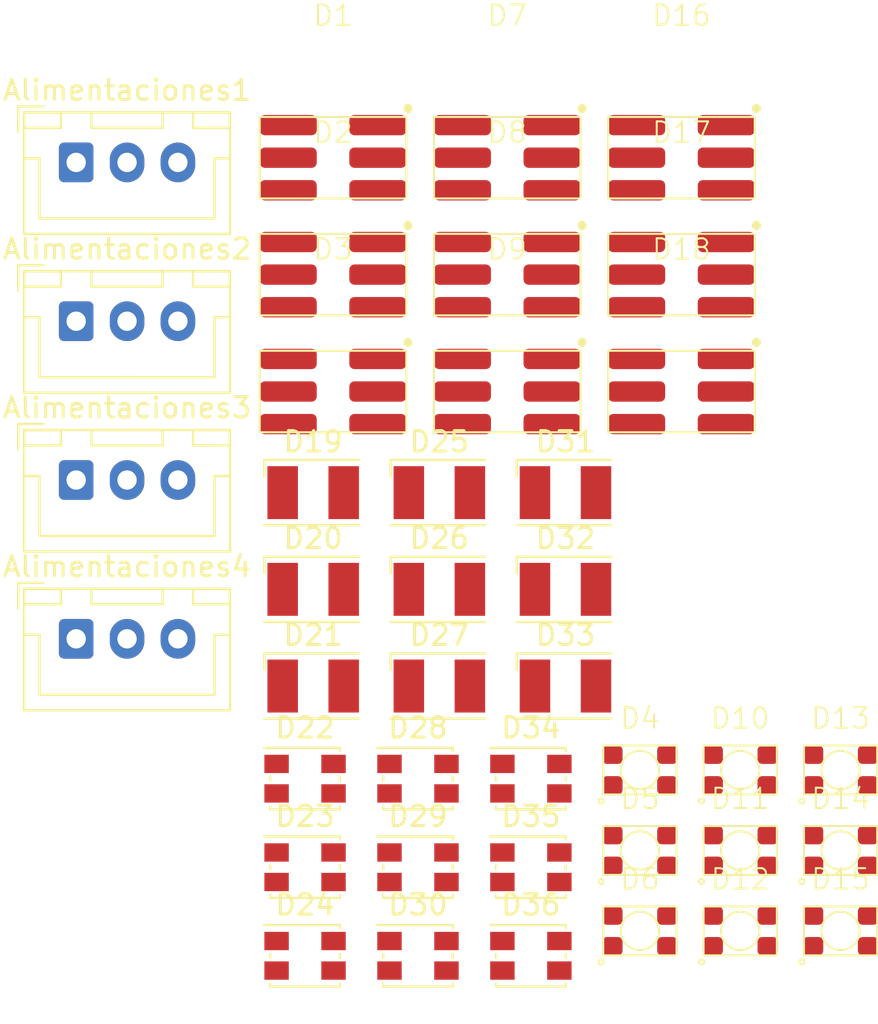
<source format=kicad_pcb>
(kicad_pcb (version 20240108) (generator "pcbnew") (generator_version "8.0")
  (layers (0 "F.Cu" signal) (31 "B.Cu" signal) (34 "B.Paste" user) (35 "F.Paste" user) (36 "B.SilkS" user "B.Silkscreen") (37 "F.SilkS" user "F.Silkscreen") (38 "B.Mask" user) (39 "F.Mask" user) (44 "Edge.Cuts" user))
  (net 0 "")
  (net 1 "GND")
  (net 2 "I_LED1")
  (net 3 "Net-(Alimentaciones1-Pin_1)")
  (net 4 "I_LED3")
  (net 5 "Net-(Alimentaciones2-Pin_1)")
  (net 6 "Net-(Alimentaciones3-Pin_1)")
  (net 7 "I_LED4")
  (net 8 "I_LED2")
  (net 9 "Net-(Alimentaciones4-Pin_1)")
  (net 10 "Net-(D1-RK)")
  (net 11 "Net-(D1-GK)")
  (net 12 "Net-(D1-BK)")
  (net 13 "Net-(D2-BK)")
  (net 14 "Net-(D2-GK)")
  (net 15 "Net-(D2-RK)")
  (net 16 "Net-(D4-Pad1)")
  (net 17 "Net-(D5-Pad1)")
  (net 18 "Net-(D7-BK)")
  (net 19 "Net-(D7-GK)")
  (net 20 "Net-(D7-RK)")
  (net 21 "Net-(D8-RK)")
  (net 22 "Net-(D8-BK)")
  (net 23 "Net-(D8-GK)")
  (net 24 "Net-(D10-Pad1)")
  (net 25 "Net-(D11-Pad1)")
  (net 26 "Net-(D13-Pad1)")
  (net 27 "Net-(D14-Pad1)")
  (net 28 "Net-(D16-RK)")
  (net 29 "Net-(D16-GK)")
  (net 30 "Net-(D16-BK)")
  (net 31 "Net-(D17-RK)")
  (net 32 "Net-(D17-GK)")
  (net 33 "Net-(D17-BK)")
  (net 34 "Net-(D19-K)")
  (net 35 "Net-(D20-K)")
  (net 36 "Net-(D22-Pad1)")
  (net 37 "Net-(D23-Pad1)")
  (net 38 "Net-(D25-K)")
  (net 39 "Net-(D26-K)")
  (net 40 "Net-(D28-Pad1)")
  (net 41 "Net-(D29-Pad1)")
  (net 42 "Net-(D31-K)")
  (net 43 "Net-(D32-K)")
  (net 44 "Net-(D34-Pad1)")
  (net 45 "Net-(D35-Pad1)")
  (footprint "IoWLabs:LED SMD PLCC4 WL-SMTW" (layer "F.Cu") (at 74.52 82.82)
    (property "Reference" "D15" (at 0 -2.54 0) (layer "F.SilkS") (effects (font (thickness 0.1))))
    (property "Value" "~")
    (fp_rect (start -1.8 -1.2) (end 1.8 1.2) (stroke (width 0.1)) (fill none) (layer "F.SilkS"))
    (fp_circle (center -1.905 1.524) (end -1.905 1.651) (stroke (width 0.1)) (fill none) (layer "F.SilkS"))
    (fp_circle (center 0 0) (end 0.942613 0) (stroke (width 0.1)) (fill none) (layer "F.SilkS"))
    (pad "1" smd roundrect (at -1.35 0.75) (size 1 0.9) (layers "F.Cu" "F.Paste" "F.Mask") (net 4 "I_LED3"))
    (pad "2" smd roundrect (at 1.35 0.75) (size 1 0.9) (layers "F.Cu" "F.Paste" "F.Mask") (net 4 "I_LED3"))
    (pad "3" smd roundrect (at 1.35 -0.75) (size 1 0.9) (layers "F.Cu" "F.Paste" "F.Mask") (net 27 "Net-(D14-Pad1)"))
    (pad "4" smd roundrect (at -1.35 -0.75) (size 1 0.9) (layers "F.Cu" "F.Paste" "F.Mask") (net 4 "I_LED3"))
  )
  (footprint "Connector_JST:JST_XH_B3B-XH-A_1x03_P2.50mm_Vertical" (layer "F.Cu") (at 36.949 45.073)
    (property "Reference" "Alimentaciones1" (at 2.5 -3.55 0) (layer "F.SilkS"))
    (property "Value" "Conn_01x03_Pin")
    (fp_line (start -2.85 -2.75) (end -2.85 -1.5) (stroke (width 0.12)) (layer "F.SilkS"))
    (fp_line (start -2.56 -2.46) (end -2.56 3.51) (stroke (width 0.12)) (layer "F.SilkS"))
    (fp_line (start -2.56 3.51) (end 7.56 3.51) (stroke (width 0.12)) (layer "F.SilkS"))
    (fp_line (start -2.55 -2.45) (end -2.55 -1.7) (stroke (width 0.12)) (layer "F.SilkS"))
    (fp_line (start -2.55 -1.7) (end -0.75 -1.7) (stroke (width 0.12)) (layer "F.SilkS"))
    (fp_line (start -2.55 -0.2) (end -1.8 -0.2) (stroke (width 0.12)) (layer "F.SilkS"))
    (fp_line (start -1.8 -0.2) (end -1.8 2.75) (stroke (width 0.12)) (layer "F.SilkS"))
    (fp_line (start -1.8 2.75) (end 2.5 2.75) (stroke (width 0.12)) (layer "F.SilkS"))
    (fp_line (start -1.6 -2.75) (end -2.85 -2.75) (stroke (width 0.12)) (layer "F.SilkS"))
    (fp_line (start -0.75 -2.45) (end -2.55 -2.45) (stroke (width 0.12)) (layer "F.SilkS"))
    (fp_line (start -0.75 -1.7) (end -0.75 -2.45) (stroke (width 0.12)) (layer "F.SilkS"))
    (fp_line (start 0.75 -2.45) (end 0.75 -1.7) (stroke (width 0.12)) (layer "F.SilkS"))
    (fp_line (start 0.75 -1.7) (end 4.25 -1.7) (stroke (width 0.12)) (layer "F.SilkS"))
    (fp_line (start 4.25 -2.45) (end 0.75 -2.45) (stroke (width 0.12)) (layer "F.SilkS"))
    (fp_line (start 4.25 -1.7) (end 4.25 -2.45) (stroke (width 0.12)) (layer "F.SilkS"))
    (fp_line (start 5.75 -2.45) (end 5.75 -1.7) (stroke (width 0.12)) (layer "F.SilkS"))
    (fp_line (start 5.75 -1.7) (end 7.55 -1.7) (stroke (width 0.12)) (layer "F.SilkS"))
    (fp_line (start 6.8 -0.2) (end 6.8 2.75) (stroke (width 0.12)) (layer "F.SilkS"))
    (fp_line (start 6.8 2.75) (end 2.5 2.75) (stroke (width 0.12)) (layer "F.SilkS"))
    (fp_line (start 7.55 -2.45) (end 5.75 -2.45) (stroke (width 0.12)) (layer "F.SilkS"))
    (fp_line (start 7.55 -1.7) (end 7.55 -2.45) (stroke (width 0.12)) (layer "F.SilkS"))
    (fp_line (start 7.55 -0.2) (end 6.8 -0.2) (stroke (width 0.12)) (layer "F.SilkS"))
    (fp_line (start 7.56 -2.46) (end -2.56 -2.46) (stroke (width 0.12)) (layer "F.SilkS"))
    (fp_line (start 7.56 3.51) (end 7.56 -2.46) (stroke (width 0.12)) (layer "F.SilkS"))
    (pad "1" thru_hole roundrect (at 0 0) (size 1.7 1.95) (drill 0.95) (layers "*.Cu" "*.Mask") (roundrect_rratio 0.147059) (net 3 "Net-(Alimentaciones1-Pin_1)"))
    (pad "2" thru_hole oval (at 2.5 0) (size 1.7 1.95) (drill 0.95) (layers "*.Cu" "*.Mask") (net 2 "I_LED1"))
    (pad "3" thru_hole oval (at 5 0) (size 1.7 1.95) (drill 0.95) (layers "*.Cu" "*.Mask") (net 1 "GND"))
  )
  (footprint "LED_SMD:LED_Kingbright_AAA3528ESGCT" (layer "F.Cu") (at 59.299 84.043)
    (property "Reference" "D36" (at 0 -2.5 0) (layer "F.SilkS"))
    (property "Value" "~")
    (fp_line (start -2 -1.51) (end 1.71 -1.51) (stroke (width 0.12)) (layer "F.SilkS"))
    (fp_line (start -1.71 -0.095) (end -1.71 0.095) (stroke (width 0.12)) (layer "F.SilkS"))
    (fp_line (start -1.71 1.355) (end -1.71 1.51) (stroke (width 0.12)) (layer "F.SilkS"))
    (fp_line (start -1.71 1.51) (end 1.71 1.51) (stroke (width 0.12)) (layer "F.SilkS"))
    (fp_line (start 1.71 -1.355) (end 1.71 -1.51) (stroke (width 0.12)) (layer "F.SilkS"))
    (fp_line (start 1.71 -0.095) (end 1.71 0.095) (stroke (width 0.12)) (layer "F.SilkS"))
    (fp_line (start 1.71 1.355) (end 1.71 1.51) (stroke (width 0.12)) (layer "F.SilkS"))
    (pad "1" smd rect (at -1.4 -0.725) (size 1.2 0.9) (layers "F.Cu" "F.Paste" "F.Mask") (net 8 "I_LED2"))
    (pad "2" smd rect (at 1.4 -0.725) (size 1.2 0.9) (layers "F.Cu" "F.Paste" "F.Mask") (net 45 "Net-(D35-Pad1)"))
    (pad "3" smd rect (at 1.4 0.725) (size 1.2 0.9) (layers "F.Cu" "F.Paste" "F.Mask") (net 8 "I_LED2"))
    (pad "4" smd rect (at -1.4 0.725) (size 1.2 0.9) (layers "F.Cu" "F.Paste" "F.Mask") (net 8 "I_LED2"))
  )
  (footprint "IoWLabs:LED SMD PLCC6 7.2x4.0" (layer "F.Cu") (at 58.136605 56.325815)
    (property "Reference" "D9" (at 0 -6.985 0) (layer "F.SilkS") (effects (font (thickness 0.1))))
    (property "Value" "~")
    (fp_rect (start -3.6 -2) (end 3.6 2) (stroke (width 0.1)) (fill none) (layer "F.SilkS"))
    (fp_circle (center 3.683 -2.413) (end 3.862605 -2.413) (stroke (width 0.1)) (fill solid) (layer "F.SilkS"))
    (pad "1" smd roundrect (at -2.2 -1.6) (size 2.8 1) (layers "F.Cu" "F.Paste" "F.Mask") (net 2 "I_LED1"))
    (pad "2" smd roundrect (at 2.2 -1.6) (size 2.8 1) (layers "F.Cu" "F.Paste" "F.Mask") (net 21 "Net-(D8-RK)"))
    (pad "3" smd roundrect (at -2.2 0) (size 2.8 1) (layers "F.Cu" "F.Paste" "F.Mask") (net 2 "I_LED1"))
    (pad "4" smd roundrect (at 2.2 0) (size 2.8 1) (layers "F.Cu" "F.Paste" "F.Mask") (net 23 "Net-(D8-GK)"))
    (pad "5" smd roundrect (at -2.2 1.6) (size 2.8 1) (layers "F.Cu" "F.Paste" "F.Mask") (net 2 "I_LED1"))
    (pad "6" smd roundrect (at 2.2 1.6) (size 2.8 1) (layers "F.Cu" "F.Paste" "F.Mask") (net 22 "Net-(D8-BK)"))
  )
  (footprint "LED_SMD:LED_Kingbright_AAA3528ESGCT" (layer "F.Cu") (at 59.299 79.693)
    (property "Reference" "D35" (at 0 -2.5 0) (layer "F.SilkS"))
    (property "Value" "~")
    (fp_line (start -2 -1.51) (end 1.71 -1.51) (stroke (width 0.12)) (layer "F.SilkS"))
    (fp_line (start -1.71 -0.095) (end -1.71 0.095) (stroke (width 0.12)) (layer "F.SilkS"))
    (fp_line (start -1.71 1.355) (end -1.71 1.51) (stroke (width 0.12)) (layer "F.SilkS"))
    (fp_line (start -1.71 1.51) (end 1.71 1.51) (stroke (width 0.12)) (layer "F.SilkS"))
    (fp_line (start 1.71 -1.355) (end 1.71 -1.51) (stroke (width 0.12)) (layer "F.SilkS"))
    (fp_line (start 1.71 -0.095) (end 1.71 0.095) (stroke (width 0.12)) (layer "F.SilkS"))
    (fp_line (start 1.71 1.355) (end 1.71 1.51) (stroke (width 0.12)) (layer "F.SilkS"))
    (pad "1" smd rect (at -1.4 -0.725) (size 1.2 0.9) (layers "F.Cu" "F.Paste" "F.Mask") (net 45 "Net-(D35-Pad1)"))
    (pad "2" smd rect (at 1.4 -0.725) (size 1.2 0.9) (layers "F.Cu" "F.Paste" "F.Mask") (net 44 "Net-(D34-Pad1)"))
    (pad "3" smd rect (at 1.4 0.725) (size 1.2 0.9) (layers "F.Cu" "F.Paste" "F.Mask") (net 45 "Net-(D35-Pad1)"))
    (pad "4" smd rect (at -1.4 0.725) (size 1.2 0.9) (layers "F.Cu" "F.Paste" "F.Mask") (net 45 "Net-(D35-Pad1)"))
  )
  (footprint "LED_SMD:LED_Kingbright_AAA3528ESGCT" (layer "F.Cu") (at 48.199 75.343)
    (property "Reference" "D22" (at 0 -2.5 0) (layer "F.SilkS"))
    (property "Value" "~")
    (fp_line (start -2 -1.51) (end 1.71 -1.51) (stroke (width 0.12)) (layer "F.SilkS"))
    (fp_line (start -1.71 -0.095) (end -1.71 0.095) (stroke (width 0.12)) (layer "F.SilkS"))
    (fp_line (start -1.71 1.355) (end -1.71 1.51) (stroke (width 0.12)) (layer "F.SilkS"))
    (fp_line (start -1.71 1.51) (end 1.71 1.51) (stroke (width 0.12)) (layer "F.SilkS"))
    (fp_line (start 1.71 -1.355) (end 1.71 -1.51) (stroke (width 0.12)) (layer "F.SilkS"))
    (fp_line (start 1.71 -0.095) (end 1.71 0.095) (stroke (width 0.12)) (layer "F.SilkS"))
    (fp_line (start 1.71 1.355) (end 1.71 1.51) (stroke (width 0.12)) (layer "F.SilkS"))
    (pad "1" smd rect (at -1.4 -0.725) (size 1.2 0.9) (layers "F.Cu" "F.Paste" "F.Mask") (net 36 "Net-(D22-Pad1)"))
    (pad "2" smd rect (at 1.4 -0.725) (size 1.2 0.9) (layers "F.Cu" "F.Paste" "F.Mask") (net 9 "Net-(Alimentaciones4-Pin_1)"))
    (pad "3" smd rect (at 1.4 0.725) (size 1.2 0.9) (layers "F.Cu" "F.Paste" "F.Mask") (net 36 "Net-(D22-Pad1)"))
    (pad "4" smd rect (at -1.4 0.725) (size 1.2 0.9) (layers "F.Cu" "F.Paste" "F.Mask") (net 36 "Net-(D22-Pad1)"))
  )
  (footprint "LED_SMD:LED_PLCC-2_3.4x3.0mm_AK" (layer "F.Cu") (at 60.999 66.043)
    (property "Reference" "D32" (at 0 -2.5 0) (layer "F.SilkS"))
    (property "Value" "LED")
    (fp_line (start -2.4 -1.6) (end -2.4 -0.8) (stroke (width 0.12)) (layer "F.SilkS"))
    (fp_line (start 2.25 -1.6) (end -2.4 -1.6) (stroke (width 0.12)) (layer "F.SilkS"))
    (fp_line (start 2.25 1.6) (end -2.4 1.6) (stroke (width 0.12)) (layer "F.SilkS"))
    (pad "1" smd rect (at 1.5 0) (size 1.5 2.6) (layers "F.Cu" "F.Paste" "F.Mask") (net 43 "Net-(D32-K)"))
    (pad "2" smd rect (at -1.5 0) (size 1.5 2.6) (layers "F.Cu" "F.Paste" "F.Mask") (net 42 "Net-(D31-K)"))
  )
  (footprint "IoWLabs:LED SMD PLCC4 WL-SMTW" (layer "F.Cu") (at 64.656 74.918)
    (property "Reference" "D4" (at 0 -2.54 0) (layer "F.SilkS") (effects (font (thickness 0.1))))
    (property "Value" "~")
    (fp_rect (start -1.8 -1.2) (end 1.8 1.2) (stroke (width 0.1)) (fill none) (layer "F.SilkS"))
    (fp_circle (center -1.905 1.524) (end -1.905 1.651) (stroke (width 0.1)) (fill none) (layer "F.SilkS"))
    (fp_circle (center 0 0) (end 0.942613 0) (stroke (width 0.1)) (fill none) (layer "F.SilkS"))
    (pad "1" smd roundrect (at -1.35 0.75) (size 1 0.9) (layers "F.Cu" "F.Paste" "F.Mask") (net 16 "Net-(D4-Pad1)"))
    (pad "2" smd roundrect (at 1.35 0.75) (size 1 0.9) (layers "F.Cu" "F.Paste" "F.Mask") (net 16 "Net-(D4-Pad1)"))
    (pad "3" smd roundrect (at 1.35 -0.75) (size 1 0.9) (layers "F.Cu" "F.Paste" "F.Mask") (net 5 "Net-(Alimentaciones2-Pin_1)"))
    (pad "4" smd roundrect (at -1.35 -0.75) (size 1 0.9) (layers "F.Cu" "F.Paste" "F.Mask") (net 16 "Net-(D4-Pad1)"))
  )
  (footprint "IoWLabs:LED SMD PLCC6 7.2x4.0" (layer "F.Cu") (at 66.69921 56.325815)
    (property "Reference" "D18" (at 0 -6.985 0) (layer "F.SilkS") (effects (font (thickness 0.1))))
    (property "Value" "~")
    (fp_rect (start -3.6 -2) (end 3.6 2) (stroke (width 0.1)) (fill none) (layer "F.SilkS"))
    (fp_circle (center 3.683 -2.413) (end 3.862605 -2.413) (stroke (width 0.1)) (fill solid) (layer "F.SilkS"))
    (pad "1" smd roundrect (at -2.2 -1.6) (size 2.8 1) (layers "F.Cu" "F.Paste" "F.Mask") (net 2 "I_LED1"))
    (pad "2" smd roundrect (at 2.2 -1.6) (size 2.8 1) (layers "F.Cu" "F.Paste" "F.Mask") (net 31 "Net-(D17-RK)"))
    (pad "3" smd roundrect (at -2.2 0) (size 2.8 1) (layers "F.Cu" "F.Paste" "F.Mask") (net 2 "I_LED1"))
    (pad "4" smd roundrect (at 2.2 0) (size 2.8 1) (layers "F.Cu" "F.Paste" "F.Mask") (net 32 "Net-(D17-GK)"))
    (pad "5" smd roundrect (at -2.2 1.6) (size 2.8 1) (layers "F.Cu" "F.Paste" "F.Mask") (net 2 "I_LED1"))
    (pad "6" smd roundrect (at 2.2 1.6) (size 2.8 1) (layers "F.Cu" "F.Paste" "F.Mask") (net 33 "Net-(D17-BK)"))
  )
  (footprint "LED_SMD:LED_Kingbright_AAA3528ESGCT" (layer "F.Cu") (at 53.749 79.693)
    (property "Reference" "D29" (at 0 -2.5 0) (layer "F.SilkS"))
    (property "Value" "~")
    (fp_line (start -2 -1.51) (end 1.71 -1.51) (stroke (width 0.12)) (layer "F.SilkS"))
    (fp_line (start -1.71 -0.095) (end -1.71 0.095) (stroke (width 0.12)) (layer "F.SilkS"))
    (fp_line (start -1.71 1.355) (end -1.71 1.51) (stroke (width 0.12)) (layer "F.SilkS"))
    (fp_line (start -1.71 1.51) (end 1.71 1.51) (stroke (width 0.12)) (layer "F.SilkS"))
    (fp_line (start 1.71 -1.355) (end 1.71 -1.51) (stroke (width 0.12)) (layer "F.SilkS"))
    (fp_line (start 1.71 -0.095) (end 1.71 0.095) (stroke (width 0.12)) (layer "F.SilkS"))
    (fp_line (start 1.71 1.355) (end 1.71 1.51) (stroke (width 0.12)) (layer "F.SilkS"))
    (pad "1" smd rect (at -1.4 -0.725) (size 1.2 0.9) (layers "F.Cu" "F.Paste" "F.Mask") (net 41 "Net-(D29-Pad1)"))
    (pad "2" smd rect (at 1.4 -0.725) (size 1.2 0.9) (layers "F.Cu" "F.Paste" "F.Mask") (net 40 "Net-(D28-Pad1)"))
    (pad "3" smd rect (at 1.4 0.725) (size 1.2 0.9) (layers "F.Cu" "F.Paste" "F.Mask") (net 41 "Net-(D29-Pad1)"))
    (pad "4" smd rect (at -1.4 0.725) (size 1.2 0.9) (layers "F.Cu" "F.Paste" "F.Mask") (net 41 "Net-(D29-Pad1)"))
  )
  (footprint "LED_SMD:LED_PLCC-2_3.4x3.0mm_AK" (layer "F.Cu") (at 54.799 61.293)
    (property "Reference" "D25" (at 0 -2.5 0) (layer "F.SilkS"))
    (property "Value" "LED")
    (fp_line (start -2.4 -1.6) (end -2.4 -0.8) (stroke (width 0.12)) (layer "F.SilkS"))
    (fp_line (start 2.25 -1.6) (end -2.4 -1.6) (stroke (width 0.12)) (layer "F.SilkS"))
    (fp_line (start 2.25 1.6) (end -2.4 1.6) (stroke (width 0.12)) (layer "F.SilkS"))
    (pad "1" smd rect (at 1.5 0) (size 1.5 2.6) (layers "F.Cu" "F.Paste" "F.Mask") (net 38 "Net-(D25-K)"))
    (pad "2" smd rect (at -1.5 0) (size 1.5 2.6) (layers "F.Cu" "F.Paste" "F.Mask") (net 6 "Net-(Alimentaciones3-Pin_1)"))
  )
  (footprint "Connector_JST:JST_XH_B3B-XH-A_1x03_P2.50mm_Vertical" (layer "F.Cu") (at 36.949 68.473)
    (property "Reference" "Alimentaciones4" (at 2.5 -3.55 0) (layer "F.SilkS"))
    (property "Value" "Conn_01x03_Pin")
    (fp_line (start -2.85 -2.75) (end -2.85 -1.5) (stroke (width 0.12)) (layer "F.SilkS"))
    (fp_line (start -2.56 -2.46) (end -2.56 3.51) (stroke (width 0.12)) (layer "F.SilkS"))
    (fp_line (start -2.56 3.51) (end 7.56 3.51) (stroke (width 0.12)) (layer "F.SilkS"))
    (fp_line (start -2.55 -2.45) (end -2.55 -1.7) (stroke (width 0.12)) (layer "F.SilkS"))
    (fp_line (start -2.55 -1.7) (end -0.75 -1.7) (stroke (width 0.12)) (layer "F.SilkS"))
    (fp_line (start -2.55 -0.2) (end -1.8 -0.2) (stroke (width 0.12)) (layer "F.SilkS"))
    (fp_line (start -1.8 -0.2) (end -1.8 2.75) (stroke (width 0.12)) (layer "F.SilkS"))
    (fp_line (start -1.8 2.75) (end 2.5 2.75) (stroke (width 0.12)) (layer "F.SilkS"))
    (fp_line (start -1.6 -2.75) (end -2.85 -2.75) (stroke (width 0.12)) (layer "F.SilkS"))
    (fp_line (start -0.75 -2.45) (end -2.55 -2.45) (stroke (width 0.12)) (layer "F.SilkS"))
    (fp_line (start -0.75 -1.7) (end -0.75 -2.45) (stroke (width 0.12)) (layer "F.SilkS"))
    (fp_line (start 0.75 -2.45) (end 0.75 -1.7) (stroke (width 0.12)) (layer "F.SilkS"))
    (fp_line (start 0.75 -1.7) (end 4.25 -1.7) (stroke (width 0.12)) (layer "F.SilkS"))
    (fp_line (start 4.25 -2.45) (end 0.75 -2.45) (stroke (width 0.12)) (layer "F.SilkS"))
    (fp_line (start 4.25 -1.7) (end 4.25 -2.45) (stroke (width 0.12)) (layer "F.SilkS"))
    (fp_line (start 5.75 -2.45) (end 5.75 -1.7) (stroke (width 0.12)) (layer "F.SilkS"))
    (fp_line (start 5.75 -1.7) (end 7.55 -1.7) (stroke (width 0.12)) (layer "F.SilkS"))
    (fp_line (start 6.8 -0.2) (end 6.8 2.75) (stroke (width 0.12)) (layer "F.SilkS"))
    (fp_line (start 6.8 2.75) (end 2.5 2.75) (stroke (width 0.12)) (layer "F.SilkS"))
    (fp_line (start 7.55 -2.45) (end 5.75 -2.45) (stroke (width 0.12)) (layer "F.SilkS"))
    (fp_line (start 7.55 -1.7) (end 7.55 -2.45) (stroke (width 0.12)) (layer "F.SilkS"))
    (fp_line (start 7.55 -0.2) (end 6.8 -0.2) (stroke (width 0.12)) (layer "F.SilkS"))
    (fp_line (start 7.56 -2.46) (end -2.56 -2.46) (stroke (width 0.12)) (layer "F.SilkS"))
    (fp_line (start 7.56 3.51) (end 7.56 -2.46) (stroke (width 0.12)) (layer "F.SilkS"))
    (pad "1" thru_hole roundrect (at 0 0) (size 1.7 1.95) (drill 0.95) (layers "*.Cu" "*.Mask") (roundrect_rratio 0.147059) (net 9 "Net-(Alimentaciones4-Pin_1)"))
    (pad "2" thru_hole oval (at 2.5 0) (size 1.7 1.95) (drill 0.95) (layers "*.Cu" "*.Mask") (net 8 "I_LED2"))
    (pad "3" thru_hole oval (at 5 0) (size 1.7 1.95) (drill 0.95) (layers "*.Cu" "*.Mask") (net 1 "GND"))
  )
  (footprint "IoWLabs:LED SMD PLCC4 WL-SMTW" (layer "F.Cu") (at 74.52 78.869)
    (property "Reference" "D14" (at 0 -2.54 0) (layer "F.SilkS") (effects (font (thickness 0.1))))
    (property "Value" "~")
    (fp_rect (start -1.8 -1.2) (end 1.8 1.2) (stroke (width 0.1)) (fill none) (layer "F.SilkS"))
    (fp_circle (center -1.905 1.524) (end -1.905 1.651) (stroke (width 0.1)) (fill none) (layer "F.SilkS"))
    (fp_circle (center 0 0) (end 0.942613 0) (stroke (width 0.1)) (fill none) (layer "F.SilkS"))
    (pad "1" smd roundrect (at -1.35 0.75) (size 1 0.9) (layers "F.Cu" "F.Paste" "F.Mask") (net 27 "Net-(D14-Pad1)"))
    (pad "2" smd roundrect (at 1.35 0.75) (size 1 0.9) (layers "F.Cu" "F.Paste" "F.Mask") (net 27 "Net-(D14-Pad1)"))
    (pad "3" smd roundrect (at 1.35 -0.75) (size 1 0.9) (layers "F.Cu" "F.Paste" "F.Mask") (net 26 "Net-(D13-Pad1)"))
    (pad "4" smd roundrect (at -1.35 -0.75) (size 1 0.9) (layers "F.Cu" "F.Paste" "F.Mask") (net 27 "Net-(D14-Pad1)"))
  )
  (footprint "IoWLabs:LED SMD PLCC4 WL-SMTW" (layer "F.Cu") (at 64.656 78.869)
    (property "Reference" "D5" (at 0 -2.54 0) (layer "F.SilkS") (effects (font (thickness 0.1))))
    (property "Value" "~")
    (fp_rect (start -1.8 -1.2) (end 1.8 1.2) (stroke (width 0.1)) (fill none) (layer "F.SilkS"))
    (fp_circle (center -1.905 1.524) (end -1.905 1.651) (stroke (width 0.1)) (fill none) (layer "F.SilkS"))
    (fp_circle (center 0 0) (end 0.942613 0) (stroke (width 0.1)) (fill none) (layer "F.SilkS"))
    (pad "1" smd roundrect (at -1.35 0.75) (size 1 0.9) (layers "F.Cu" "F.Paste" "F.Mask") (net 17 "Net-(D5-Pad1)"))
    (pad "2" smd roundrect (at 1.35 0.75) (size 1 0.9) (layers "F.Cu" "F.Paste" "F.Mask") (net 17 "Net-(D5-Pad1)"))
    (pad "3" smd roundrect (at 1.35 -0.75) (size 1 0.9) (layers "F.Cu" "F.Paste" "F.Mask") (net 16 "Net-(D4-Pad1)"))
    (pad "4" smd roundrect (at -1.35 -0.75) (size 1 0.9) (layers "F.Cu" "F.Paste" "F.Mask") (net 17 "Net-(D5-Pad1)"))
  )
  (footprint "IoWLabs:LED SMD PLCC6 7.2x4.0" (layer "F.Cu") (at 49.574 50.58321)
    (property "Reference" "D2" (at 0 -6.985 0) (layer "F.SilkS") (effects (font (thickness 0.1))))
    (property "Value" "~")
    (fp_rect (start -3.6 -2) (end 3.6 2) (stroke (width 0.1)) (fill none) (layer "F.SilkS"))
    (fp_circle (center 3.683 -2.413) (end 3.862605 -2.413) (stroke (width 0.1)) (fill solid) (layer "F.SilkS"))
    (pad "1" smd roundrect (at -2.2 -1.6) (size 2.8 1) (layers "F.Cu" "F.Paste" "F.Mask") (net 15 "Net-(D2-RK)"))
    (pad "2" smd roundrect (at 2.2 -1.6) (size 2.8 1) (layers "F.Cu" "F.Paste" "F.Mask") (net 10 "Net-(D1-RK)"))
    (pad "3" smd roundrect (at -2.2 0) (size 2.8 1) (layers "F.Cu" "F.Paste" "F.Mask") (net 14 "Net-(D2-GK)"))
    (pad "4" smd roundrect (at 2.2 0) (size 2.8 1) (layers "F.Cu" "F.Paste" "F.Mask") (net 11 "Net-(D1-GK)"))
    (pad "5" smd roundrect (at -2.2 1.6) (size 2.8 1) (layers "F.Cu" "F.Paste" "F.Mask") (net 13 "Net-(D2-BK)"))
    (pad "6" smd roundrect (at 2.2 1.6) (size 2.8 1) (layers "F.Cu" "F.Paste" "F.Mask") (net 12 "Net-(D1-BK)"))
  )
  (footprint "IoWLabs:LED SMD PLCC6 7.2x4.0" (layer "F.Cu") (at 66.69921 50.58321)
    (property "Reference" "D17" (at 0 -6.985 0) (layer "F.SilkS") (effects (font (thickness 0.1))))
    (property "Value" "~")
    (fp_rect (start -3.6 -2) (end 3.6 2) (stroke (width 0.1)) (fill none) (layer "F.SilkS"))
    (fp_circle (center 3.683 -2.413) (end 3.862605 -2.413) (stroke (width 0.1)) (fill solid) (layer "F.SilkS"))
    (pad "1" smd roundrect (at -2.2 -1.6) (size 2.8 1) (layers "F.Cu" "F.Paste" "F.Mask") (net 31 "Net-(D17-RK)"))
    (pad "2" smd roundrect (at 2.2 -1.6) (size 2.8 1) (layers "F.Cu" "F.Paste" "F.Mask") (net 28 "Net-(D16-RK)"))
    (pad "3" smd roundrect (at -2.2 0) (size 2.8 1) (layers "F.Cu" "F.Paste" "F.Mask") (net 32 "Net-(D17-GK)"))
    (pad "4" smd roundrect (at 2.2 0) (size 2.8 1) (layers "F.Cu" "F.Paste" "F.Mask") (net 29 "Net-(D16-GK)"))
    (pad "5" smd roundrect (at -2.2 1.6) (size 2.8 1) (layers "F.Cu" "F.Paste" "F.Mask") (net 33 "Net-(D17-BK)"))
    (pad "6" smd roundrect (at 2.2 1.6) (size 2.8 1) (layers "F.Cu" "F.Paste" "F.Mask") (net 30 "Net-(D16-BK)"))
  )
  (footprint "IoWLabs:LED SMD PLCC6 7.2x4.0" (layer "F.Cu") (at 49.574 44.840605)
    (property "Reference" "D1" (at 0 -6.985 0) (layer "F.SilkS") (effects (font (thickness 0.1))))
    (property "Value" "~")
    (fp_rect (start -3.6 -2) (end 3.6 2) (stroke (width 0.1)) (fill none) (layer "F.SilkS"))
    (fp_circle (center 3.683 -2.413) (end 3.862605 -2.413) (stroke (width 0.1)) (fill solid) (layer "F.SilkS"))
    (pad "1" smd roundrect (at -2.2 -1.6) (size 2.8 1) (layers "F.Cu" "F.Paste" "F.Mask") (net 10 "Net-(D1-RK)"))
    (pad "2" smd roundrect (at 2.2 -1.6) (size 2.8 1) (layers "F.Cu" "F.Paste" "F.Mask") (net 3 "Net-(Alimentaciones1-Pin_1)"))
    (pad "3" smd roundrect (at -2.2 0) (size 2.8 1) (layers "F.Cu" "F.Paste" "F.Mask") (net 11 "Net-(D1-GK)"))
    (pad "4" smd roundrect (at 2.2 0) (size 2.8 1) (layers "F.Cu" "F.Paste" "F.Mask") (net 3 "Net-(Alimentaciones1-Pin_1)"))
    (pad "5" smd roundrect (at -2.2 1.6) (size 2.8 1) (layers "F.Cu" "F.Paste" "F.Mask") (net 12 "Net-(D1-BK)"))
    (pad "6" smd roundrect (at 2.2 1.6) (size 2.8 1) (layers "F.Cu" "F.Paste" "F.Mask") (net 3 "Net-(Alimentaciones1-Pin_1)"))
  )
  (footprint "LED_SMD:LED_Kingbright_AAA3528ESGCT" (layer "F.Cu") (at 59.299 75.343)
    (property "Reference" "D34" (at 0 -2.5 0) (layer "F.SilkS"))
    (property "Value" "~")
    (fp_line (start -2 -1.51) (end 1.71 -1.51) (stroke (width 0.12)) (layer "F.SilkS"))
    (fp_line (start -1.71 -0.095) (end -1.71 0.095) (stroke (width 0.12)) (layer "F.SilkS"))
    (fp_line (start -1.71 1.355) (end -1.71 1.51) (stroke (width 0.12)) (layer "F.SilkS"))
    (fp_line (start -1.71 1.51) (end 1.71 1.51) (stroke (width 0.12)) (layer "F.SilkS"))
    (fp_line (start 1.71 -1.355) (end 1.71 -1.51) (stroke (width 0.12)) (layer "F.SilkS"))
    (fp_line (start 1.71 -0.095) (end 1.71 0.095) (stroke (width 0.12)) (layer "F.SilkS"))
    (fp_line (start 1.71 1.355) (end 1.71 1.51) (stroke (width 0.12)) (layer "F.SilkS"))
    (pad "1" smd rect (at -1.4 -0.725) (size 1.2 0.9) (layers "F.Cu" "F.Paste" "F.Mask") (net 44 "Net-(D34-Pad1)"))
    (pad "2" smd rect (at 1.4 -0.725) (size 1.2 0.9) (layers "F.Cu" "F.Paste" "F.Mask") (net 9 "Net-(Alimentaciones4-Pin_1)"))
    (pad "3" smd rect (at 1.4 0.725) (size 1.2 0.9) (layers "F.Cu" "F.Paste" "F.Mask") (net 44 "Net-(D34-Pad1)"))
    (pad "4" smd rect (at -1.4 0.725) (size 1.2 0.9) (layers "F.Cu" "F.Paste" "F.Mask") (net 44 "Net-(D34-Pad1)"))
  )
  (footprint "LED_SMD:LED_Kingbright_AAA3528ESGCT" (layer "F.Cu") (at 53.749 75.343)
    (property "Reference" "D28" (at 0 -2.5 0) (layer "F.SilkS"))
    (property "Value" "~")
    (fp_line (start -2 -1.51) (end 1.71 -1.51) (stroke (width 0.12)) (layer "F.SilkS"))
    (fp_line (start -1.71 -0.095) (end -1.71 0.095) (stroke (width 0.12)) (layer "F.SilkS"))
    (fp_line (start -1.71 1.355) (end -1.71 1.51) (stroke (width 0.12)) (layer "F.SilkS"))
    (fp_line (start -1.71 1.51) (end 1.71 1.51) (stroke (width 0.12)) (layer "F.SilkS"))
    (fp_line (start 1.71 -1.355) (end 1.71 -1.51) (stroke (width 0.12)) (layer "F.SilkS"))
    (fp_line (start 1.71 -0.095) (end 1.71 0.095) (stroke (width 0.12)) (layer "F.SilkS"))
    (fp_line (start 1.71 1.355) (end 1.71 1.51) (stroke (width 0.12)) (layer "F.SilkS"))
    (pad "1" smd rect (at -1.4 -0.725) (size 1.2 0.9) (layers "F.Cu" "F.Paste" "F.Mask") (net 40 "Net-(D28-Pad1)"))
    (pad "2" smd rect (at 1.4 -0.725) (size 1.2 0.9) (layers "F.Cu" "F.Paste" "F.Mask") (net 9 "Net-(Alimentaciones4-Pin_1)"))
    (pad "3" smd rect (at 1.4 0.725) (size 1.2 0.9) (layers "F.Cu" "F.Paste" "F.Mask") (net 40 "Net-(D28-Pad1)"))
    (pad "4" smd rect (at -1.4 0.725) (size 1.2 0.9) (layers "F.Cu" "F.Paste" "F.Mask") (net 40 "Net-(D28-Pad1)"))
  )
  (footprint "LED_SMD:LED_PLCC-2_3.4x3.0mm_AK" (layer "F.Cu") (at 54.799 66.043)
    (property "Reference" "D26" (at 0 -2.5 0) (layer "F.SilkS"))
    (property "Value" "LED")
    (fp_line (start -2.4 -1.6) (end -2.4 -0.8) (stroke (width 0.12)) (layer "F.SilkS"))
    (fp_line (start 2.25 -1.6) (end -2.4 -1.6) (stroke (width 0.12)) (layer "F.SilkS"))
    (fp_line (start 2.25 1.6) (end -2.4 1.6) (stroke (width 0.12)) (layer "F.SilkS"))
    (pad "1" smd rect (at 1.5 0) (size 1.5 2.6) (layers "F.Cu" "F.Paste" "F.Mask") (net 39 "Net-(D26-K)"))
    (pad "2" smd rect (at -1.5 0) (size 1.5 2.6) (layers "F.Cu" "F.Paste" "F.Mask") (net 38 "Net-(D25-K)"))
  )
  (footprint "LED_SMD:LED_PLCC-2_3.4x3.0mm_AK" (layer "F.Cu") (at 48.599 70.793)
    (property "Reference" "D21" (at 0 -2.5 0) (layer "F.SilkS"))
    (property "Value" "LED")
    (fp_line (start -2.4 -1.6) (end -2.4 -0.8) (stroke (width 0.12)) (layer "F.SilkS"))
    (fp_line (start 2.25 -1.6) (end -2.4 -1.6) (stroke (width 0.12)) (layer "F.SilkS"))
    (fp_line (start 2.25 1.6) (end -2.4 1.6) (stroke (width 0.12)) (layer "F.SilkS"))
    (pad "1" smd rect (at 1.5 0) (size 1.5 2.6) (layers "F.Cu" "F.Paste" "F.Mask") (net 7 "I_LED4"))
    (pad "2" smd rect (at -1.5 0) (size 1.5 2.6) (layers "F.Cu" "F.Paste" "F.Mask") (net 35 "Net-(D20-K)"))
  )
  (footprint "LED_SMD:LED_Kingbright_AAA3528ESGCT" (layer "F.Cu") (at 48.199 84.043)
    (property "Reference" "D24" (at 0 -2.5 0) (layer "F.SilkS"))
    (property "Value" "~")
    (fp_line (start -2 -1.51) (end 1.71 -1.51) (stroke (width 0.12)) (layer "F.SilkS"))
    (fp_line (start -1.71 -0.095) (end -1.71 0.095) (stroke (width 0.12)) (layer "F.SilkS"))
    (fp_line (start -1.71 1.355) (end -1.71 1.51) (stroke (width 0.12)) (layer "F.SilkS"))
    (fp_line (start -1.71 1.51) (end 1.71 1.51) (stroke (width 0.12)) (layer "F.SilkS"))
    (fp_line (start 1.71 -1.355) (end 1.71 -1.51) (stroke (width 0.12)) (layer "F.SilkS"))
    (fp_line (start 1.71 -0.095) (end 1.71 0.095) (stroke (width 0.12)) (layer "F.SilkS"))
    (fp_line (start 1.71 1.355) (end 1.71 1.51) (stroke (width 0.12)) (layer "F.SilkS"))
    (pad "1" smd rect (at -1.4 -0.725) (size 1.2 0.9) (layers "F.Cu" "F.Paste" "F.Mask") (net 8 "I_LED2"))
    (pad "2" smd rect (at 1.4 -0.725) (size 1.2 0.9) (layers "F.Cu" "F.Paste" "F.Mask") (net 37 "Net-(D23-Pad1)"))
    (pad "3" smd rect (at 1.4 0.725) (size 1.2 0.9) (layers "F.Cu" "F.Paste" "F.Mask") (net 8 "I_LED2"))
    (pad "4" smd rect (at -1.4 0.725) (size 1.2 0.9) (layers "F.Cu" "F.Paste" "F.Mask") (net 8 "I_LED2"))
  )
  (footprint "Connector_JST:JST_XH_B3B-XH-A_1x03_P2.50mm_Vertical" (layer "F.Cu") (at 36.949 60.673)
    (property "Reference" "Alimentaciones3" (at 2.5 -3.55 0) (layer "F.SilkS"))
    (property "Value" "Conn_01x03_Pin")
    (fp_line (start -2.85 -2.75) (end -2.85 -1.5) (stroke (width 0.12)) (layer "F.SilkS"))
    (fp_line (start -2.56 -2.46) (end -2.56 3.51) (stroke (width 0.12)) (layer "F.SilkS"))
    (fp_line (start -2.56 3.51) (end 7.56 3.51) (stroke (width 0.12)) (layer "F.SilkS"))
    (fp_line (start -2.55 -2.45) (end -2.55 -1.7) (stroke (width 0.12)) (layer "F.SilkS"))
    (fp_line (start -2.55 -1.7) (end -0.75 -1.7) (stroke (width 0.12)) (layer "F.SilkS"))
    (fp_line (start -2.55 -0.2) (end -1.8 -0.2) (stroke (width 0.12)) (layer "F.SilkS"))
    (fp_line (start -1.8 -0.2) (end -1.8 2.75) (stroke (width 0.12)) (layer "F.SilkS"))
    (fp_line (start -1.8 2.75) (end 2.5 2.75) (stroke (width 0.12)) (layer "F.SilkS"))
    (fp_line (start -1.6 -2.75) (end -2.85 -2.75) (stroke (width 0.12)) (layer "F.SilkS"))
    (fp_line (start -0.75 -2.45) (end -2.55 -2.45) (stroke (width 0.12)) (layer "F.SilkS"))
    (fp_line (start -0.75 -1.7) (end -0.75 -2.45) (stroke (width 0.12)) (layer "F.SilkS"))
    (fp_line (start 0.75 -2.45) (end 0.75 -1.7) (stroke (width 0.12)) (layer "F.SilkS"))
    (fp_line (start 0.75 -1.7) (end 4.25 -1.7) (stroke (width 0.12)) (layer "F.SilkS"))
    (fp_line (start 4.25 -2.45) (end 0.75 -2.45) (stroke (width 0.12)) (layer "F.SilkS"))
    (fp_line (start 4.25 -1.7) (end 4.25 -2.45) (stroke (width 0.12)) (layer "F.SilkS"))
    (fp_line (start 5.75 -2.45) (end 5.75 -1.7) (stroke (width 0.12)) (layer "F.SilkS"))
    (fp_line (start 5.75 -1.7) (end 7.55 -1.7) (stroke (width 0.12)) (layer "F.SilkS"))
    (fp_line (start 6.8 -0.2) (end 6.8 2.75) (stroke (width 0.12)) (layer "F.SilkS"))
    (fp_line (start 6.8 2.75) (end 2.5 2.75) (stroke (width 0.12)) (layer "F.SilkS"))
    (fp_line (start 7.55 -2.45) (end 5.75 -2.45) (stroke (width 0.12)) (layer "F.SilkS"))
    (fp_line (start 7.55 -1.7) (end 7.55 -2.45) (stroke (width 0.12)) (layer "F.SilkS"))
    (fp_line (start 7.55 -0.2) (end 6.8 -0.2) (stroke (width 0.12)) (layer "F.SilkS"))
    (fp_line (start 7.56 -2.46) (end -2.56 -2.46) (stroke (width 0.12)) (layer "F.SilkS"))
    (fp_line (start 7.56 3.51) (end 7.56 -2.46) (stroke (width 0.12)) (layer "F.SilkS"))
    (pad "1" thru_hole roundrect (at 0 0) (size 1.7 1.95) (drill 0.95) (layers "*.Cu" "*.Mask") (roundrect_rratio 0.147059) (net 6 "Net-(Alimentaciones3-Pin_1)"))
    (pad "2" thru_hole oval (at 2.5 0) (size 1.7 1.95) (drill 0.95) (layers "*.Cu" "*.Mask") (net 7 "I_LED4"))
    (pad "3" thru_hole oval (at 5 0) (size 1.7 1.95) (drill 0.95) (layers "*.Cu" "*.Mask") (net 1 "GND"))
  )
  (footprint "IoWLabs:LED SMD PLCC6 7.2x4.0" (layer "F.Cu") (at 66.69921 44.840605)
    (property "Reference" "D16" (at 0 -6.985 0) (layer "F.SilkS") (effects (font (thickness 0.1))))
    (property "Value" "~")
    (fp_rect (start -3.6 -2) (end 3.6 2) (stroke (width 0.1)) (fill none) (layer "F.SilkS"))
    (fp_circle (center 3.683 -2.413) (end 3.862605 -2.413) (stroke (width 0.1)) (fill solid) (layer "F.SilkS"))
    (pad "1" smd roundrect (at -2.2 -1.6) (size 2.8 1) (layers "F.Cu" "F.Paste" "F.Mask") (net 28 "Net-(D16-RK)"))
    (pad "2" smd roundrect (at 2.2 -1.6) (size 2.8 1) (layers "F.Cu" "F.Paste" "F.Mask") (net 3 "Net-(Alimentaciones1-Pin_1)"))
    (pad "3" smd roundrect (at -2.2 0) (size 2.8 1) (layers "F.Cu" "F.Paste" "F.Mask") (net 29 "Net-(D16-GK)"))
    (pad "4" smd roundrect (at 2.2 0) (size 2.8 1) (layers "F.Cu" "F.Paste" "F.Mask") (net 3 "Net-(Alimentaciones1-Pin_1)"))
    (pad "5" smd roundrect (at -2.2 1.6) (size 2.8 1) (layers "F.Cu" "F.Paste" "F.Mask") (net 30 "Net-(D16-BK)"))
    (pad "6" smd roundrect (at 2.2 1.6) (size 2.8 1) (layers "F.Cu" "F.Paste" "F.Mask") (net 3 "Net-(Alimentaciones1-Pin_1)"))
  )
  (footprint "IoWLabs:LED SMD PLCC4 WL-SMTW" (layer "F.Cu") (at 64.656 82.82)
    (property "Reference" "D6" (at 0 -2.54 0) (layer "F.SilkS") (effects (font (thickness 0.1))))
    (property "Value" "~")
    (fp_rect (start -1.8 -1.2) (end 1.8 1.2) (stroke (width 0.1)) (fill none) (layer "F.SilkS"))
    (fp_circle (center -1.905 1.524) (end -1.905 1.651) (stroke (width 0.1)) (fill none) (layer "F.SilkS"))
    (fp_circle (center 0 0) (end 0.942613 0) (stroke (width 0.1)) (fill none) (layer "F.SilkS"))
    (pad "1" smd roundrect (at -1.35 0.75) (size 1 0.9) (layers "F.Cu" "F.Paste" "F.Mask") (net 4 "I_LED3"))
    (pad "2" smd roundrect (at 1.35 0.75) (size 1 0.9) (layers "F.Cu" "F.Paste" "F.Mask") (net 4 "I_LED3"))
    (pad "3" smd roundrect (at 1.35 -0.75) (size 1 0.9) (layers "F.Cu" "F.Paste" "F.Mask") (net 17 "Net-(D5-Pad1)"))
    (pad "4" smd roundrect (at -1.35 -0.75) (size 1 0.9) (layers "F.Cu" "F.Paste" "F.Mask") (net 4 "I_LED3"))
  )
  (footprint "IoWLabs:LED SMD PLCC4 WL-SMTW" (layer "F.Cu") (at 74.52 74.918)
    (property "Reference" "D13" (at 0 -2.54 0) (layer "F.SilkS") (effects (font (thickness 0.1))))
    (property "Value" "~")
    (fp_rect (start -1.8 -1.2) (end 1.8 1.2) (stroke (width 0.1)) (fill none) (layer "F.SilkS"))
    (fp_circle (center -1.905 1.524) (end -1.905 1.651) (stroke (width 0.1)) (fill none) (layer "F.SilkS"))
    (fp_circle (center 0 0) (end 0.942613 0) (stroke (width 0.1)) (fill none) (layer "F.SilkS"))
    (pad "1" smd roundrect (at -1.35 0.75) (size 1 0.9) (layers "F.Cu" "F.Paste" "F.Mask") (net 26 "Net-(D13-Pad1)"))
    (pad "2" smd roundrect (at 1.35 0.75) (size 1 0.9) (layers "F.Cu" "F.Paste" "F.Mask") (net 26 "Net-(D13-Pad1)"))
    (pad "3" smd roundrect (at 1.35 -0.75) (size 1 0.9) (layers "F.Cu" "F.Paste" "F.Mask") (net 5 "Net-(Alimentaciones2-Pin_1)"))
    (pad "4" smd roundrect (at -1.35 -0.75) (size 1 0.9) (layers "F.Cu" "F.Paste" "F.Mask") (net 26 "Net-(D13-Pad1)"))
  )
  (footprint "IoWLabs:LED SMD PLCC6 7.2x4.0" (layer "F.Cu") (at 58.136605 44.840605)
    (property "Reference" "D7" (at 0 -6.985 0) (layer "F.SilkS") (effects (font (thickness 0.1))))
    (property "Value" "~")
    (fp_rect (start -3.6 -2) (end 3.6 2) (stroke (width 0.1)) (fill none) (layer "F.SilkS"))
    (fp_circle (center 3.683 -2.413) (end 3.862605 -2.413) (stroke (width 0.1)) (fill solid) (layer "F.SilkS"))
    (pad "1" smd roundrect (at -2.2 -1.6) (size 2.8 1) (layers "F.Cu" "F.Paste" "F.Mask") (net 20 "Net-(D7-RK)"))
    (pad "2" smd roundrect (at 2.2 -1.6) (size 2.8 1) (layers "F.Cu" "F.Paste" "F.Mask") (net 3 "Net-(Alimentaciones1-Pin_1)"))
    (pad "3" smd roundrect (at -2.2 0) (size 2.8 1) (layers "F.Cu" "F.Paste" "F.Mask") (net 19 "Net-(D7-GK)"))
    (pad "4" smd roundrect (at 2.2 0) (size 2.8 1) (layers "F.Cu" "F.Paste" "F.Mask") (net 3 "Net-(Alimentaciones1-Pin_1)"))
    (pad "5" smd roundrect (at -2.2 1.6) (size 2.8 1) (layers "F.Cu" "F.Paste" "F.Mask") (net 18 "Net-(D7-BK)"))
    (pad "6" smd roundrect (at 2.2 1.6) (size 2.8 1) (layers "F.Cu" "F.Paste" "F.Mask") (net 3 "Net-(Alimentaciones1-Pin_1)"))
  )
  (footprint "LED_SMD:LED_PLCC-2_3.4x3.0mm_AK" (layer "F.Cu") (at 60.999 70.793)
    (property "Reference" "D33" (at 0 -2.5 0) (layer "F.SilkS"))
    (property "Value" "LED")
    (fp_line (start -2.4 -1.6) (end -2.4 -0.8) (stroke (width 0.12)) (layer "F.SilkS"))
    (fp_line (start 2.25 -1.6) (end -2.4 -1.6) (stroke (width 0.12)) (layer "F.SilkS"))
    (fp_line (start 2.25 1.6) (end -2.4 1.6) (stroke (width 0.12)) (layer "F.SilkS"))
    (pad "1" smd rect (at 1.5 0) (size 1.5 2.6) (layers "F.Cu" "F.Paste" "F.Mask") (net 7 "I_LED4"))
    (pad "2" smd rect (at -1.5 0) (size 1.5 2.6) (layers "F.Cu" "F.Paste" "F.Mask") (net 43 "Net-(D32-K)"))
  )
  (footprint "IoWLabs:LED SMD PLCC4 WL-SMTW" (layer "F.Cu") (at 69.588 82.82)
    (property "Reference" "D12" (at 0 -2.54 0) (layer "F.SilkS") (effects (font (thickness 0.1))))
    (property "Value" "~")
    (fp_rect (start -1.8 -1.2) (end 1.8 1.2) (stroke (width 0.1)) (fill none) (layer "F.SilkS"))
    (fp_circle (center -1.905 1.524) (end -1.905 1.651) (stroke (width 0.1)) (fill none) (layer "F.SilkS"))
    (fp_circle (center 0 0) (end 0.942613 0) (stroke (width 0.1)) (fill none) (layer "F.SilkS"))
    (pad "1" smd roundrect (at -1.35 0.75) (size 1 0.9) (layers "F.Cu" "F.Paste" "F.Mask") (net 4 "I_LED3"))
    (pad "2" smd roundrect (at 1.35 0.75) (size 1 0.9) (layers "F.Cu" "F.Paste" "F.Mask") (net 4 "I_LED3"))
    (pad "3" smd roundrect (at 1.35 -0.75) (size 1 0.9) (layers "F.Cu" "F.Paste" "F.Mask") (net 25 "Net-(D11-Pad1)"))
    (pad "4" smd roundrect (at -1.35 -0.75) (size 1 0.9) (layers "F.Cu" "F.Paste" "F.Mask") (net 4 "I_LED3"))
  )
  (footprint "LED_SMD:LED_Kingbright_AAA3528ESGCT" (layer "F.Cu") (at 48.199 79.693)
    (property "Reference" "D23" (at 0 -2.5 0) (layer "F.SilkS"))
    (property "Value" "~")
    (fp_line (start -2 -1.51) (end 1.71 -1.51) (stroke (width 0.12)) (layer "F.SilkS"))
    (fp_line (start -1.71 -0.095) (end -1.71 0.095) (stroke (width 0.12)) (layer "F.SilkS"))
    (fp_line (start -1.71 1.355) (end -1.71 1.51) (stroke (width 0.12)) (layer "F.SilkS"))
    (fp_line (start -1.71 1.51) (end 1.71 1.51) (stroke (width 0.12)) (layer "F.SilkS"))
    (fp_line (start 1.71 -1.355) (end 1.71 -1.51) (stroke (width 0.12)) (layer "F.SilkS"))
    (fp_line (start 1.71 -0.095) (end 1.71 0.095) (stroke (width 0.12)) (layer "F.SilkS"))
    (fp_line (start 1.71 1.355) (end 1.71 1.51) (stroke (width 0.12)) (layer "F.SilkS"))
    (pad "1" smd rect (at -1.4 -0.725) (size 1.2 0.9) (layers "F.Cu" "F.Paste" "F.Mask") (net 37 "Net-(D23-Pad1)"))
    (pad "2" smd rect (at 1.4 -0.725) (size 1.2 0.9) (layers "F.Cu" "F.Paste" "F.Mask") (net 36 "Net-(D22-Pad1)"))
    (pad "3" smd rect (at 1.4 0.725) (size 1.2 0.9) (layers "F.Cu" "F.Paste" "F.Mask") (net 37 "Net-(D23-Pad1)"))
    (pad "4" smd rect (at -1.4 0.725) (size 1.2 0.9) (layers "F.Cu" "F.Paste" "F.Mask") (net 37 "Net-(D23-Pad1)"))
  )
  (footprint "IoWLabs:LED SMD PLCC4 WL-SMTW" (layer "F.Cu") (at 69.588 74.918)
    (property "Reference" "D10" (at 0 -2.54 0) (layer "F.SilkS") (effects (font (thickness 0.1))))
    (property "Value" "~")
    (fp_rect (start -1.8 -1.2) (end 1.8 1.2) (stroke (width 0.1)) (fill none) (layer "F.SilkS"))
    (fp_circle (center -1.905 1.524) (end -1.905 1.651) (stroke (width 0.1)) (fill none) (layer "F.SilkS"))
    (fp_circle (center 0 0) (end 0.942613 0) (stroke (width 0.1)) (fill none) (layer "F.SilkS"))
    (pad "1" smd roundrect (at -1.35 0.75) (size 1 0.9) (layers "F.Cu" "F.Paste" "F.Mask") (net 24 "Net-(D10-Pad1)"))
    (pad "2" smd roundrect (at 1.35 0.75) (size 1 0.9) (layers "F.Cu" "F.Paste" "F.Mask") (net 24 "Net-(D10-Pad1)"))
    (pad "3" smd roundrect (at 1.35 -0.75) (size 1 0.9) (layers "F.Cu" "F.Paste" "F.Mask") (net 5 "Net-(Alimentaciones2-Pin_1)"))
    (pad "4" smd roundrect (at -1.35 -0.75) (size 1 0.9) (layers "F.Cu" "F.Paste" "F.Mask") (net 24 "Net-(D10-Pad1)"))
  )
  (footprint "IoWLabs:LED SMD PLCC6 7.2x4.0" (layer "F.Cu") (at 49.574 56.325815)
    (property "Reference" "D3" (at 0 -6.985 0) (layer "F.SilkS") (effects (font (thickness 0.1))))
    (property "Value" "~")
    (fp_rect (start -3.6 -2) (end 3.6 2) (stroke (width 0.1)) (fill none) (layer "F.SilkS"))
    (fp_circle (center 3.683 -2.413) (end 3.862605 -2.413) (stroke (width 0.1)) (fill solid) (layer "F.SilkS"))
    (pad "1" smd roundrect (at -2.2 -1.6) (size 2.8 1) (layers "F.Cu" "F.Paste" "F.Mask") (net 2 "I_LED1"))
    (pad "2" smd roundrect (at 2.2 -1.6) (size 2.8 1) (layers "F.Cu" "F.Paste" "F.Mask") (net 15 "Net-(D2-RK)"))
    (pad "3" smd roundrect (at -2.2 0) (size 2.8 1) (layers "F.Cu" "F.Paste" "F.Mask") (net 2 "I_LED1"))
    (pad "4" smd roundrect (at 2.2 0) (size 2.8 1) (layers "F.Cu" "F.Paste" "F.Mask") (net 14 "Net-(D2-GK)"))
    (pad "5" smd roundrect (at -2.2 1.6) (size 2.8 1) (layers "F.Cu" "F.Paste" "F.Mask") (net 2 "I_LED1"))
    (pad "6" smd roundrect (at 2.2 1.6) (size 2.8 1) (layers "F.Cu" "F.Paste" "F.Mask") (net 13 "Net-(D2-BK)"))
  )
  (footprint "Connector_JST:JST_XH_B3B-XH-A_1x03_P2.50mm_Vertical" (layer "F.Cu") (at 36.949 52.873)
    (property "Reference" "Alimentaciones2" (at 2.5 -3.55 0) (layer "F.SilkS"))
    (property "Value" "Conn_01x03_Pin")
    (fp_line (start -2.85 -2.75) (end -2.85 -1.5) (stroke (width 0.12)) (layer "F.SilkS"))
    (fp_line (start -2.56 -2.46) (end -2.56 3.51) (stroke (width 0.12)) (layer "F.SilkS"))
    (fp_line (start -2.56 3.51) (end 7.56 3.51) (stroke (width 0.12)) (layer "F.SilkS"))
    (fp_line (start -2.55 -2.45) (end -2.55 -1.7) (stroke (width 0.12)) (layer "F.SilkS"))
    (fp_line (start -2.55 -1.7) (end -0.75 -1.7) (stroke (width 0.12)) (layer "F.SilkS"))
    (fp_line (start -2.55 -0.2) (end -1.8 -0.2) (stroke (width 0.12)) (layer "F.SilkS"))
    (fp_line (start -1.8 -0.2) (end -1.8 2.75) (stroke (width 0.12)) (layer "F.SilkS"))
    (fp_line (start -1.8 2.75) (end 2.5 2.75) (stroke (width 0.12)) (layer "F.SilkS"))
    (fp_line (start -1.6 -2.75) (end -2.85 -2.75) (stroke (width 0.12)) (layer "F.SilkS"))
    (fp_line (start -0.75 -2.45) (end -2.55 -2.45) (stroke (width 0.12)) (layer "F.SilkS"))
    (fp_line (start -0.75 -1.7) (end -0.75 -2.45) (stroke (width 0.12)) (layer "F.SilkS"))
    (fp_line (start 0.75 -2.45) (end 0.75 -1.7) (stroke (width 0.12)) (layer "F.SilkS"))
    (fp_line (start 0.75 -1.7) (end 4.25 -1.7) (stroke (width 0.12)) (layer "F.SilkS"))
    (fp_line (start 4.25 -2.45) (end 0.75 -2.45) (stroke (width 0.12)) (layer "F.SilkS"))
    (fp_line (start 4.25 -1.7) (end 4.25 -2.45) (stroke (width 0.12)) (layer "F.SilkS"))
    (fp_line (start 5.75 -2.45) (end 5.75 -1.7) (stroke (width 0.12)) (layer "F.SilkS"))
    (fp_line (start 5.75 -1.7) (end 7.55 -1.7) (stroke (width 0.12)) (layer "F.SilkS"))
    (fp_line (start 6.8 -0.2) (end 6.8 2.75) (stroke (width 0.12)) (layer "F.SilkS"))
    (fp_line (start 6.8 2.75) (end 2.5 2.75) (stroke (width 0.12)) (layer "F.SilkS"))
    (fp_line (start 7.55 -2.45) (end 5.75 -2.45) (stroke (width 0.12)) (layer "F.SilkS"))
    (fp_line (start 7.55 -1.7) (end 7.55 -2.45) (stroke (width 0.12)) (layer "F.SilkS"))
    (fp_line (start 7.55 -0.2) (end 6.8 -0.2) (stroke (width 0.12)) (layer "F.SilkS"))
    (fp_line (start 7.56 -2.46) (end -2.56 -2.46) (stroke (width 0.12)) (layer "F.SilkS"))
    (fp_line (start 7.56 3.51) (end 7.56 -2.46) (stroke (width 0.12)) (layer "F.SilkS"))
    (pad "1" thru_hole roundrect (at 0 0) (size 1.7 1.95) (drill 0.95) (layers "*.Cu" "*.Mask") (roundrect_rratio 0.147059) (net 5 "Net-(Alimentaciones2-Pin_1)"))
    (pad "2" thru_hole oval (at 2.5 0) (size 1.7 1.95) (drill 0.95) (layers "*.Cu" "*.Mask") (net 4 "I_LED3"))
    (pad "3" thru_hole oval (at 5 0) (size 1.7 1.95) (drill 0.95) (layers "*.Cu" "*.Mask") (net 1 "GND"))
  )
  (footprint "LED_SMD:LED_PLCC-2_3.4x3.0mm_AK" (layer "F.Cu") (at 60.999 61.293)
    (property "Reference" "D31" (at 0 -2.5 0) (layer "F.SilkS"))
    (property "Value" "LED")
    (fp_line (start -2.4 -1.6) (end -2.4 -0.8) (stroke (width 0.12)) (layer "F.SilkS"))
    (fp_line (start 2.25 -1.6) (end -2.4 -1.6) (stroke (width 0.12)) (layer "F.SilkS"))
    (fp_line (start 2.25 1.6) (end -2.4 1.6) (stroke (width 0.12)) (layer "F.SilkS"))
    (pad "1" smd rect (at 1.5 0) (size 1.5 2.6) (layers "F.Cu" "F.Paste" "F.Mask") (net 42 "Net-(D31-K)"))
    (pad "2" smd rect (at -1.5 0) (size 1.5 2.6) (layers "F.Cu" "F.Paste" "F.Mask") (net 6 "Net-(Alimentaciones3-Pin_1)"))
  )
  (footprint "LED_SMD:LED_PLCC-2_3.4x3.0mm_AK" (layer "F.Cu") (at 54.799 70.793)
    (property "Reference" "D27" (at 0 -2.5 0) (layer "F.SilkS"))
    (property "Value" "LED")
    (fp_line (start -2.4 -1.6) (end -2.4 -0.8) (stroke (width 0.12)) (layer "F.SilkS"))
    (fp_line (start 2.25 -1.6) (end -2.4 -1.6) (stroke (width 0.12)) (layer "F.SilkS"))
    (fp_line (start 2.25 1.6) (end -2.4 1.6) (stroke (width 0.12)) (layer "F.SilkS"))
    (pad "1" smd rect (at 1.5 0) (size 1.5 2.6) (layers "F.Cu" "F.Paste" "F.Mask") (net 7 "I_LED4"))
    (pad "2" smd rect (at -1.5 0) (size 1.5 2.6) (layers "F.Cu" "F.Paste" "F.Mask") (net 39 "Net-(D26-K)"))
  )
  (footprint "IoWLabs:LED SMD PLCC4 WL-SMTW" (layer "F.Cu") (at 69.588 78.869)
    (property "Reference" "D11" (at 0 -2.54 0) (layer "F.SilkS") (effects (font (thickness 0.1))))
    (property "Value" "~")
    (fp_rect (start -1.8 -1.2) (end 1.8 1.2) (stroke (width 0.1)) (fill none) (layer "F.SilkS"))
    (fp_circle (center -1.905 1.524) (end -1.905 1.651) (stroke (width 0.1)) (fill none) (layer "F.SilkS"))
    (fp_circle (center 0 0) (end 0.942613 0) (stroke (width 0.1)) (fill none) (layer "F.SilkS"))
    (pad "1" smd roundrect (at -1.35 0.75) (size 1 0.9) (layers "F.Cu" "F.Paste" "F.Mask") (net 25 "Net-(D11-Pad1)"))
    (pad "2" smd roundrect (at 1.35 0.75) (size 1 0.9) (layers "F.Cu" "F.Paste" "F.Mask") (net 25 "Net-(D11-Pad1)"))
    (pad "3" smd roundrect (at 1.35 -0.75) (size 1 0.9) (layers "F.Cu" "F.Paste" "F.Mask") (net 24 "Net-(D10-Pad1)"))
    (pad "4" smd roundrect (at -1.35 -0.75) (size 1 0.9) (layers "F.Cu" "F.Paste" "F.Mask") (net 25 "Net-(D11-Pad1)"))
  )
  (footprint "LED_SMD:LED_Kingbright_AAA3528ESGCT" (layer "F.Cu") (at 53.749 84.043)
    (property "Reference" "D30" (at 0 -2.5 0) (layer "F.SilkS"))
    (property "Value" "~")
    (fp_line (start -2 -1.51) (end 1.71 -1.51) (stroke (width 0.12)) (layer "F.SilkS"))
    (fp_line (start -1.71 -0.095) (end -1.71 0.095) (stroke (width 0.12)) (layer "F.SilkS"))
    (fp_line (start -1.71 1.355) (end -1.71 1.51) (stroke (width 0.12)) (layer "F.SilkS"))
    (fp_line (start -1.71 1.51) (end 1.71 1.51) (stroke (width 0.12)) (layer "F.SilkS"))
    (fp_line (start 1.71 -1.355) (end 1.71 -1.51) (stroke (width 0.12)) (layer "F.SilkS"))
    (fp_line (start 1.71 -0.095) (end 1.71 0.095) (stroke (width 0.12)) (layer "F.SilkS"))
    (fp_line (start 1.71 1.355) (end 1.71 1.51) (stroke (width 0.12)) (layer "F.SilkS"))
    (pad "1" smd rect (at -1.4 -0.725) (size 1.2 0.9) (layers "F.Cu" "F.Paste" "F.Mask") (net 8 "I_LED2"))
    (pad "2" smd rect (at 1.4 -0.725) (size 1.2 0.9) (layers "F.Cu" "F.Paste" "F.Mask") (net 41 "Net-(D29-Pad1)"))
    (pad "3" smd rect (at 1.4 0.725) (size 1.2 0.9) (layers "F.Cu" "F.Paste" "F.Mask") (net 8 "I_LED2"))
    (pad "4" smd rect (at -1.4 0.725) (size 1.2 0.9) (layers "F.Cu" "F.Paste" "F.Mask") (net 8 "I_LED2"))
  )
  (footprint "LED_SMD:LED_PLCC-2_3.4x3.0mm_AK" (layer "F.Cu") (at 48.599 66.043)
    (property "Reference" "D20" (at 0 -2.5 0) (layer "F.SilkS"))
    (property "Value" "LED")
    (fp_line (start -2.4 -1.6) (end -2.4 -0.8) (stroke (width 0.12)) (layer "F.SilkS"))
    (fp_line (start 2.25 -1.6) (end -2.4 -1.6) (stroke (width 0.12)) (layer "F.SilkS"))
    (fp_line (start 2.25 1.6) (end -2.4 1.6) (stroke (width 0.12)) (layer "F.SilkS"))
    (pad "1" smd rect (at 1.5 0) (size 1.5 2.6) (layers "F.Cu" "F.Paste" "F.Mask") (net 35 "Net-(D20-K)"))
    (pad "2" smd rect (at -1.5 0) (size 1.5 2.6) (layers "F.Cu" "F.Paste" "F.Mask") (net 34 "Net-(D19-K)"))
  )
  (footprint "LED_SMD:LED_PLCC-2_3.4x3.0mm_AK" (layer "F.Cu") (at 48.599 61.293)
    (property "Reference" "D19" (at 0 -2.5 0) (layer "F.SilkS"))
    (property "Value" "LED")
    (fp_line (start -2.4 -1.6) (end -2.4 -0.8) (stroke (width 0.12)) (layer "F.SilkS"))
    (fp_line (start 2.25 -1.6) (end -2.4 -1.6) (stroke (width 0.12)) (layer "F.SilkS"))
    (fp_line (start 2.25 1.6) (end -2.4 1.6) (stroke (width 0.12)) (layer "F.SilkS"))
    (pad "1" smd rect (at 1.5 0) (size 1.5 2.6) (layers "F.Cu" "F.Paste" "F.Mask") (net 34 "Net-(D19-K)"))
    (pad "2" smd rect (at -1.5 0) (size 1.5 2.6) (layers "F.Cu" "F.Paste" "F.Mask") (net 6 "Net-(Alimentaciones3-Pin_1)"))
  )
  (footprint "IoWLabs:LED SMD PLCC6 7.2x4.0" (layer "F.Cu") (at 58.136605 50.58321)
    (property "Reference" "D8" (at 0 -6.985 0) (layer "F.SilkS") (effects (font (thickness 0.1))))
    (property "Value" "~")
    (fp_rect (start -3.6 -2) (end 3.6 2) (stroke (width 0.1)) (fill none) (layer "F.SilkS"))
    (fp_circle (center 3.683 -2.413) (end 3.862605 -2.413) (stroke (width 0.1)) (fill solid) (layer "F.SilkS"))
    (pad "1" smd roundrect (at -2.2 -1.6) (size 2.8 1) (layers "F.Cu" "F.Paste" "F.Mask") (net 21 "Net-(D8-RK)"))
    (pad "2" smd roundrect (at 2.2 -1.6) (size 2.8 1) (layers "F.Cu" "F.Paste" "F.Mask") (net 20 "Net-(D7-RK)"))
    (pad "3" smd roundrect (at -2.2 0) (size 2.8 1) (layers "F.Cu" "F.Paste" "F.Mask") (net 23 "Net-(D8-GK)"))
    (pad "4" smd roundrect (at 2.2 0) (size 2.8 1) (layers "F.Cu" "F.Paste" "F.Mask") (net 19 "Net-(D7-GK)"))
    (pad "5" smd roundrect (at -2.2 1.6) (size 2.8 1) (layers "F.Cu" "F.Paste" "F.Mask") (net 22 "Net-(D8-BK)"))
    (pad "6" smd roundrect (at 2.2 1.6) (size 2.8 1) (layers "F.Cu" "F.Paste" "F.Mask") (net 18 "Net-(D7-BK)"))
  )
)
</source>
